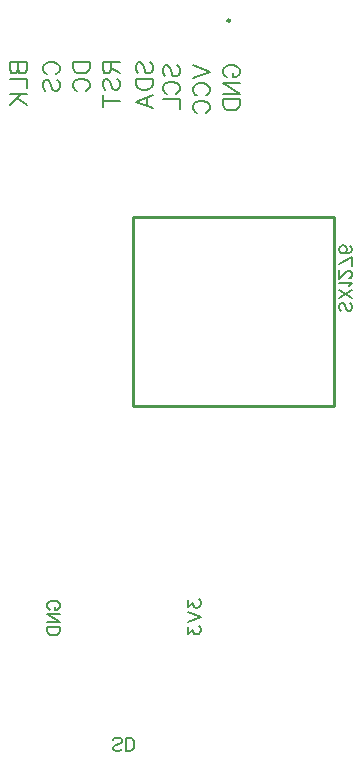
<source format=gbo>
G04 Layer: BottomSilkscreenLayer*
G04 EasyEDA v6.5.46, 2024-09-10 09:59:28*
G04 729bfc0749884a30aca1d28ffb5e4962,df7e7e3c38a3447abd37b529b333d242,10*
G04 Gerber Generator version 0.2*
G04 Scale: 100 percent, Rotated: No, Reflected: No *
G04 Dimensions in millimeters *
G04 leading zeros omitted , absolute positions ,4 integer and 5 decimal *
%FSLAX45Y45*%
%MOMM*%

%ADD10C,0.1524*%
%ADD11C,0.2032*%
%ADD12C,0.2540*%
%ADD13C,0.2150*%

%LPD*%
D10*
X2625343Y319278D02*
G01*
X2614929Y308863D01*
X2599436Y303784D01*
X2578608Y303784D01*
X2563113Y308863D01*
X2552700Y319278D01*
X2552700Y329692D01*
X2557779Y340105D01*
X2563113Y345439D01*
X2573527Y350520D01*
X2604770Y360934D01*
X2614929Y366013D01*
X2620263Y371347D01*
X2625343Y381762D01*
X2625343Y397255D01*
X2614929Y407670D01*
X2599436Y412750D01*
X2578608Y412750D01*
X2563113Y407670D01*
X2552700Y397255D01*
X2659634Y303784D02*
G01*
X2659634Y412750D01*
X2659634Y303784D02*
G01*
X2696209Y303784D01*
X2711704Y308863D01*
X2722118Y319278D01*
X2727197Y329692D01*
X2732531Y345439D01*
X2732531Y371347D01*
X2727197Y386842D01*
X2722118Y397255D01*
X2711704Y407670D01*
X2696209Y412750D01*
X2659634Y412750D01*
X3186684Y1577086D02*
G01*
X3186684Y1519936D01*
X3228340Y1551178D01*
X3228340Y1535429D01*
X3233420Y1525270D01*
X3238500Y1519936D01*
X3254247Y1514855D01*
X3264661Y1514855D01*
X3280156Y1519936D01*
X3290570Y1530350D01*
X3295650Y1545844D01*
X3295650Y1561592D01*
X3290570Y1577086D01*
X3285490Y1582420D01*
X3275075Y1587500D01*
X3186684Y1480565D02*
G01*
X3295650Y1438910D01*
X3186684Y1397254D02*
G01*
X3295650Y1438910D01*
X3186684Y1352550D02*
G01*
X3186684Y1295400D01*
X3228340Y1326642D01*
X3228340Y1311147D01*
X3233420Y1300734D01*
X3238500Y1295400D01*
X3254247Y1290320D01*
X3264661Y1290320D01*
X3280156Y1295400D01*
X3290570Y1305813D01*
X3295650Y1321562D01*
X3295650Y1337055D01*
X3290570Y1352550D01*
X3285490Y1357884D01*
X3275075Y1362963D01*
X2018791Y1496821D02*
G01*
X2008377Y1502155D01*
X1997963Y1512570D01*
X1992884Y1522729D01*
X1992884Y1543557D01*
X1997963Y1553971D01*
X2008377Y1564386D01*
X2018791Y1569720D01*
X2034540Y1574800D01*
X2060447Y1574800D01*
X2075941Y1569720D01*
X2086356Y1564386D01*
X2096770Y1553971D01*
X2101850Y1543557D01*
X2101850Y1522729D01*
X2096770Y1512570D01*
X2086356Y1502155D01*
X2075941Y1496821D01*
X2060447Y1496821D01*
X2060447Y1522729D02*
G01*
X2060447Y1496821D01*
X1992884Y1462531D02*
G01*
X2101850Y1462531D01*
X1992884Y1462531D02*
G01*
X2101850Y1389887D01*
X1992884Y1389887D02*
G01*
X2101850Y1389887D01*
X1992884Y1355597D02*
G01*
X2101850Y1355597D01*
X1992884Y1355597D02*
G01*
X1992884Y1319276D01*
X1997963Y1303528D01*
X2008377Y1293113D01*
X2018791Y1288034D01*
X2034540Y1282700D01*
X2060447Y1282700D01*
X2075941Y1288034D01*
X2086356Y1293113D01*
X2096770Y1303528D01*
X2101850Y1319276D01*
X2101850Y1355597D01*
X4557453Y4098635D02*
G01*
X4567844Y4088244D01*
X4573038Y4072658D01*
X4573038Y4051876D01*
X4567844Y4036291D01*
X4557453Y4025900D01*
X4547062Y4025900D01*
X4536671Y4031094D01*
X4531474Y4036291D01*
X4526279Y4046682D01*
X4515888Y4077855D01*
X4510694Y4088244D01*
X4505497Y4093441D01*
X4495106Y4098635D01*
X4479521Y4098635D01*
X4469129Y4088244D01*
X4463935Y4072658D01*
X4463935Y4051876D01*
X4469129Y4036291D01*
X4479521Y4025900D01*
X4573038Y4132925D02*
G01*
X4463935Y4205663D01*
X4573038Y4205663D02*
G01*
X4463935Y4132925D01*
X4552256Y4239953D02*
G01*
X4557453Y4250344D01*
X4573038Y4265929D01*
X4463935Y4265929D01*
X4547062Y4305414D02*
G01*
X4552256Y4305414D01*
X4562647Y4310611D01*
X4567844Y4315805D01*
X4573038Y4326196D01*
X4573038Y4346978D01*
X4567844Y4357370D01*
X4562647Y4362564D01*
X4552256Y4367761D01*
X4541865Y4367761D01*
X4531474Y4362564D01*
X4515888Y4352175D01*
X4463935Y4300220D01*
X4463935Y4372955D01*
X4573038Y4479983D02*
G01*
X4463935Y4428027D01*
X4573038Y4407245D02*
G01*
X4573038Y4479983D01*
X4557453Y4576617D02*
G01*
X4567844Y4571423D01*
X4573038Y4555835D01*
X4573038Y4545444D01*
X4567844Y4529858D01*
X4552256Y4519467D01*
X4526279Y4514273D01*
X4500303Y4514273D01*
X4479521Y4519467D01*
X4469129Y4529858D01*
X4463935Y4545444D01*
X4463935Y4550641D01*
X4469129Y4566226D01*
X4479521Y4576617D01*
X4495106Y4581814D01*
X4500303Y4581814D01*
X4515888Y4576617D01*
X4526279Y4566226D01*
X4531474Y4550641D01*
X4531474Y4545444D01*
X4526279Y4529858D01*
X4515888Y4519467D01*
X4500303Y4514273D01*
D11*
X1990852Y6031737D02*
G01*
X1977390Y6038595D01*
X1963674Y6052312D01*
X1956815Y6066028D01*
X1956815Y6093205D01*
X1963674Y6106921D01*
X1977390Y6120384D01*
X1990852Y6127242D01*
X2011425Y6134100D01*
X2045461Y6134100D01*
X2066036Y6127242D01*
X2079497Y6120384D01*
X2093213Y6106921D01*
X2100072Y6093205D01*
X2100072Y6066028D01*
X2093213Y6052312D01*
X2079497Y6038595D01*
X2066036Y6031737D01*
X1977390Y5891276D02*
G01*
X1963674Y5904992D01*
X1956815Y5925565D01*
X1956815Y5952744D01*
X1963674Y5973318D01*
X1977390Y5986779D01*
X1990852Y5986779D01*
X2004568Y5979921D01*
X2011425Y5973318D01*
X2018284Y5959602D01*
X2031745Y5918707D01*
X2038604Y5904992D01*
X2045461Y5898134D01*
X2059177Y5891276D01*
X2079497Y5891276D01*
X2093213Y5904992D01*
X2100072Y5925565D01*
X2100072Y5952744D01*
X2093213Y5973318D01*
X2079497Y5986779D01*
X2210815Y6134100D02*
G01*
X2354072Y6134100D01*
X2210815Y6134100D02*
G01*
X2210815Y6086347D01*
X2217674Y6066028D01*
X2231390Y6052312D01*
X2244852Y6045454D01*
X2265425Y6038595D01*
X2299461Y6038595D01*
X2320036Y6045454D01*
X2333497Y6052312D01*
X2347213Y6066028D01*
X2354072Y6086347D01*
X2354072Y6134100D01*
X2244852Y5891276D02*
G01*
X2231390Y5898134D01*
X2217674Y5911850D01*
X2210815Y5925565D01*
X2210815Y5952744D01*
X2217674Y5966460D01*
X2231390Y5979921D01*
X2244852Y5986779D01*
X2265425Y5993637D01*
X2299461Y5993637D01*
X2320036Y5986779D01*
X2333497Y5979921D01*
X2347213Y5966460D01*
X2354072Y5952744D01*
X2354072Y5925565D01*
X2347213Y5911850D01*
X2333497Y5898134D01*
X2320036Y5891276D01*
X3514852Y6006337D02*
G01*
X3501390Y6013195D01*
X3487674Y6026912D01*
X3480815Y6040628D01*
X3480815Y6067805D01*
X3487674Y6081521D01*
X3501390Y6094984D01*
X3514852Y6101842D01*
X3535425Y6108700D01*
X3569461Y6108700D01*
X3590036Y6101842D01*
X3603497Y6094984D01*
X3617213Y6081521D01*
X3624072Y6067805D01*
X3624072Y6040628D01*
X3617213Y6026912D01*
X3603497Y6013195D01*
X3590036Y6006337D01*
X3569461Y6006337D01*
X3569461Y6040628D02*
G01*
X3569461Y6006337D01*
X3480815Y5961379D02*
G01*
X3624072Y5961379D01*
X3480815Y5961379D02*
G01*
X3624072Y5865876D01*
X3480815Y5865876D02*
G01*
X3624072Y5865876D01*
X3480815Y5820918D02*
G01*
X3624072Y5820918D01*
X3480815Y5820918D02*
G01*
X3480815Y5773165D01*
X3487674Y5752845D01*
X3501390Y5739129D01*
X3514852Y5732271D01*
X3535425Y5725413D01*
X3569461Y5725413D01*
X3590036Y5732271D01*
X3603497Y5739129D01*
X3617213Y5752845D01*
X3624072Y5773165D01*
X3624072Y5820918D01*
X3226815Y6108700D02*
G01*
X3370072Y6054089D01*
X3226815Y5999734D02*
G01*
X3370072Y6054089D01*
X3260852Y5852413D02*
G01*
X3247390Y5859271D01*
X3233674Y5872734D01*
X3226815Y5886450D01*
X3226815Y5913628D01*
X3233674Y5927344D01*
X3247390Y5941060D01*
X3260852Y5947918D01*
X3281425Y5954521D01*
X3315461Y5954521D01*
X3336036Y5947918D01*
X3349497Y5941060D01*
X3363213Y5927344D01*
X3370072Y5913628D01*
X3370072Y5886450D01*
X3363213Y5872734D01*
X3349497Y5859271D01*
X3336036Y5852413D01*
X3260852Y5705094D02*
G01*
X3247390Y5711952D01*
X3233674Y5725413D01*
X3226815Y5739129D01*
X3226815Y5766307D01*
X3233674Y5780023D01*
X3247390Y5793739D01*
X3260852Y5800597D01*
X3281425Y5807455D01*
X3315461Y5807455D01*
X3336036Y5800597D01*
X3349497Y5793739D01*
X3363213Y5780023D01*
X3370072Y5766307D01*
X3370072Y5739129D01*
X3363213Y5725413D01*
X3349497Y5711952D01*
X3336036Y5705094D01*
X2993390Y6013195D02*
G01*
X2979674Y6026912D01*
X2972815Y6047231D01*
X2972815Y6074663D01*
X2979674Y6094984D01*
X2993390Y6108700D01*
X3006852Y6108700D01*
X3020568Y6101842D01*
X3027425Y6094984D01*
X3034284Y6081521D01*
X3047745Y6040628D01*
X3054604Y6026912D01*
X3061461Y6020054D01*
X3075177Y6013195D01*
X3095497Y6013195D01*
X3109213Y6026912D01*
X3116072Y6047231D01*
X3116072Y6074663D01*
X3109213Y6094984D01*
X3095497Y6108700D01*
X3006852Y5865876D02*
G01*
X2993390Y5872734D01*
X2979674Y5886450D01*
X2972815Y5900165D01*
X2972815Y5927344D01*
X2979674Y5941060D01*
X2993390Y5954521D01*
X3006852Y5961379D01*
X3027425Y5968237D01*
X3061461Y5968237D01*
X3082036Y5961379D01*
X3095497Y5954521D01*
X3109213Y5941060D01*
X3116072Y5927344D01*
X3116072Y5900165D01*
X3109213Y5886450D01*
X3095497Y5872734D01*
X3082036Y5865876D01*
X2972815Y5820918D02*
G01*
X3116072Y5820918D01*
X3116072Y5820918D02*
G01*
X3116072Y5739129D01*
X2764790Y6038595D02*
G01*
X2751074Y6052312D01*
X2744215Y6072631D01*
X2744215Y6100063D01*
X2751074Y6120384D01*
X2764790Y6134100D01*
X2778252Y6134100D01*
X2791968Y6127242D01*
X2798825Y6120384D01*
X2805684Y6106921D01*
X2819145Y6066028D01*
X2826004Y6052312D01*
X2832861Y6045454D01*
X2846577Y6038595D01*
X2866897Y6038595D01*
X2880613Y6052312D01*
X2887472Y6072631D01*
X2887472Y6100063D01*
X2880613Y6120384D01*
X2866897Y6134100D01*
X2744215Y5993637D02*
G01*
X2887472Y5993637D01*
X2744215Y5993637D02*
G01*
X2744215Y5945886D01*
X2751074Y5925565D01*
X2764790Y5911850D01*
X2778252Y5904992D01*
X2798825Y5898134D01*
X2832861Y5898134D01*
X2853436Y5904992D01*
X2866897Y5911850D01*
X2880613Y5925565D01*
X2887472Y5945886D01*
X2887472Y5993637D01*
X2744215Y5798565D02*
G01*
X2887472Y5853176D01*
X2744215Y5798565D02*
G01*
X2887472Y5744210D01*
X2839720Y5832855D02*
G01*
X2839720Y5764529D01*
X2464815Y6134100D02*
G01*
X2608072Y6134100D01*
X2464815Y6134100D02*
G01*
X2464815Y6072631D01*
X2471674Y6052312D01*
X2478531Y6045454D01*
X2491993Y6038595D01*
X2505709Y6038595D01*
X2519425Y6045454D01*
X2526284Y6052312D01*
X2533141Y6072631D01*
X2533141Y6134100D01*
X2533141Y6086347D02*
G01*
X2608072Y6038595D01*
X2485390Y5898134D02*
G01*
X2471674Y5911850D01*
X2464815Y5932170D01*
X2464815Y5959602D01*
X2471674Y5979921D01*
X2485390Y5993637D01*
X2498852Y5993637D01*
X2512568Y5986779D01*
X2519425Y5979921D01*
X2526284Y5966460D01*
X2539745Y5925565D01*
X2546604Y5911850D01*
X2553461Y5904992D01*
X2567177Y5898134D01*
X2587497Y5898134D01*
X2601213Y5911850D01*
X2608072Y5932170D01*
X2608072Y5959602D01*
X2601213Y5979921D01*
X2587497Y5993637D01*
X2464815Y5805423D02*
G01*
X2608072Y5805423D01*
X2464815Y5853176D02*
G01*
X2464815Y5757671D01*
X1677415Y6134100D02*
G01*
X1820671Y6134100D01*
X1677415Y6134100D02*
G01*
X1677415Y6072631D01*
X1684273Y6052312D01*
X1691131Y6045454D01*
X1704594Y6038595D01*
X1718310Y6038595D01*
X1732026Y6045454D01*
X1738884Y6052312D01*
X1745742Y6072631D01*
X1745742Y6134100D02*
G01*
X1745742Y6072631D01*
X1752345Y6052312D01*
X1759204Y6045454D01*
X1772920Y6038595D01*
X1793239Y6038595D01*
X1806955Y6045454D01*
X1813813Y6052312D01*
X1820671Y6072631D01*
X1820671Y6134100D01*
X1677415Y5993637D02*
G01*
X1820671Y5993637D01*
X1820671Y5993637D02*
G01*
X1820671Y5911850D01*
X1677415Y5866892D02*
G01*
X1820671Y5866892D01*
X1677415Y5771387D02*
G01*
X1772920Y5866892D01*
X1738884Y5832855D02*
G01*
X1820671Y5771387D01*
D12*
X4418711Y3225901D02*
G01*
X4418711Y4825898D01*
X2718714Y4825898D01*
X2718714Y3225901D01*
X4418711Y3225901D01*
D13*
G75*
G01
X3541344Y6486220D02*
G03X3541344Y6486220I-10744J0D01*
M02*

</source>
